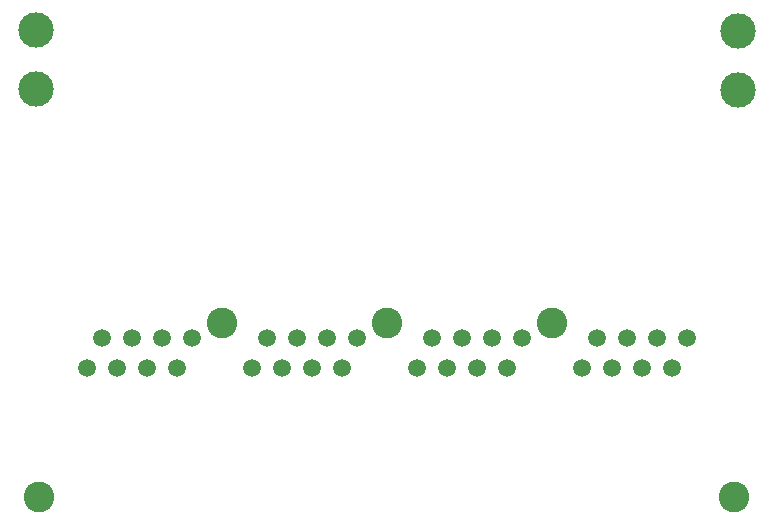
<source format=gbr>
%TF.GenerationSoftware,KiCad,Pcbnew,(6.0.9)*%
%TF.CreationDate,2023-11-09T13:28:12+05:30*%
%TF.ProjectId,Modular-I2C-4PxRJ45-Relay-Driver,4d6f6475-6c61-4722-9d49-32432d345078,2*%
%TF.SameCoordinates,Original*%
%TF.FileFunction,Paste,Bot*%
%TF.FilePolarity,Positive*%
%FSLAX46Y46*%
G04 Gerber Fmt 4.6, Leading zero omitted, Abs format (unit mm)*
G04 Created by KiCad (PCBNEW (6.0.9)) date 2023-11-09 13:28:12*
%MOMM*%
%LPD*%
G01*
G04 APERTURE LIST*
%ADD10C,3.000000*%
%ADD11C,1.500000*%
%ADD12C,2.600000*%
G04 APERTURE END LIST*
D10*
%TO.C,J4*%
X159367900Y-63133800D03*
X159367900Y-58135800D03*
%TD*%
%TO.C,J3*%
X99938800Y-58069800D03*
X99938800Y-63067800D03*
%TD*%
D11*
%TO.C,RJ45-1*%
X104206000Y-86692500D03*
X105476000Y-84152500D03*
X106746000Y-86692500D03*
X108016000Y-84152500D03*
X109286000Y-86692500D03*
X110556000Y-84152500D03*
X111826000Y-86692500D03*
X113096000Y-84152500D03*
X118176000Y-86692500D03*
X119446000Y-84152500D03*
X120716000Y-86692500D03*
X121986000Y-84152500D03*
X123256000Y-86692500D03*
X124526000Y-84152500D03*
X125796000Y-86692500D03*
X127066000Y-84152500D03*
X132146000Y-86692500D03*
X133416000Y-84152500D03*
X134686000Y-86692500D03*
X135956000Y-84152500D03*
X137226000Y-86692500D03*
X138496000Y-84152500D03*
X139766000Y-86692500D03*
X141036000Y-84152500D03*
X146116000Y-86692500D03*
X147386000Y-84152500D03*
X148656000Y-86692500D03*
X149926000Y-84152500D03*
X151196000Y-86692500D03*
X152466000Y-84152500D03*
X153736000Y-86692500D03*
X155006000Y-84152500D03*
D12*
X143576000Y-82882500D03*
X159006000Y-97612500D03*
X100206000Y-97612500D03*
X129606000Y-82882500D03*
X115636000Y-82882500D03*
%TD*%
M02*

</source>
